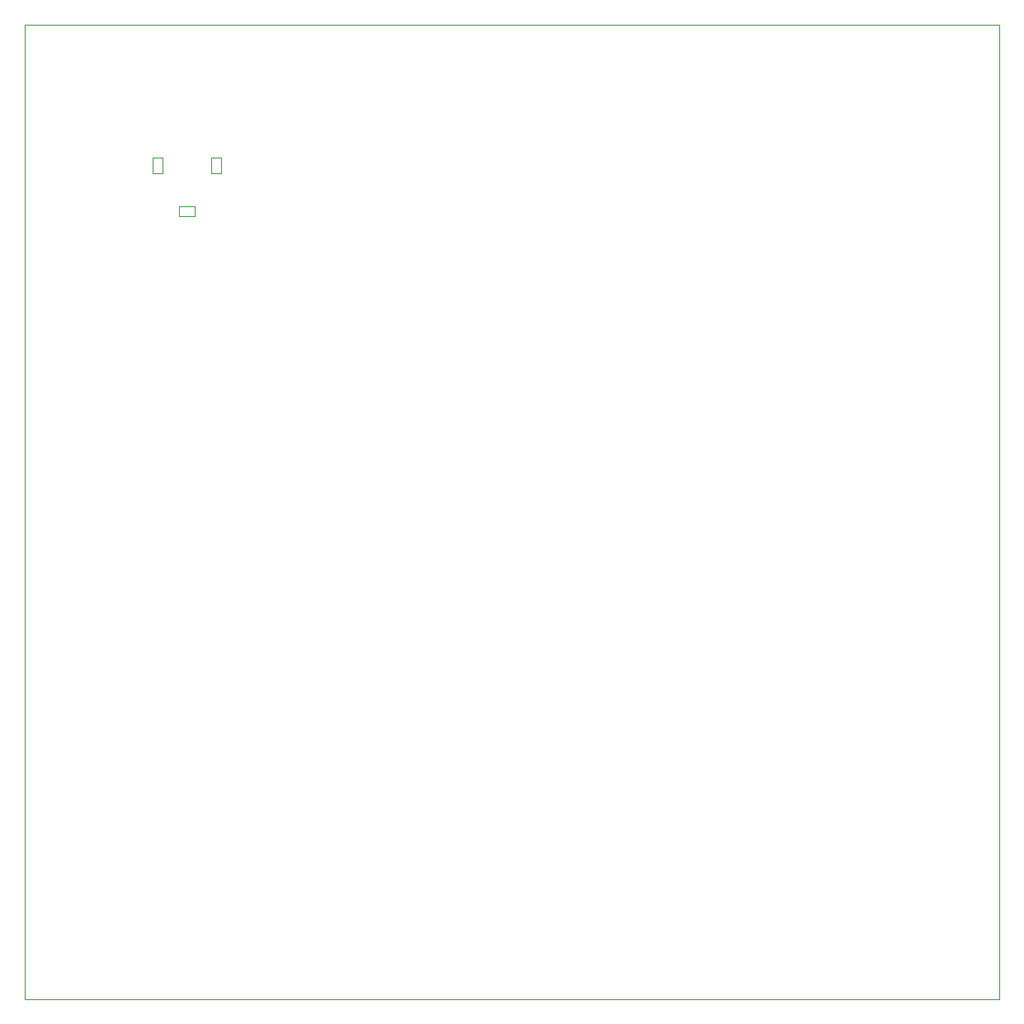
<source format=gm1>
G04 #@! TF.GenerationSoftware,KiCad,Pcbnew,5.1.6-c6e7f7d~87~ubuntu18.04.1*
G04 #@! TF.CreationDate,2020-07-18T23:18:46+02:00*
G04 #@! TF.ProjectId,interfonoRemoto,696e7465-7266-46f6-9e6f-52656d6f746f,A1*
G04 #@! TF.SameCoordinates,Original*
G04 #@! TF.FileFunction,Profile,NP*
%FSLAX46Y46*%
G04 Gerber Fmt 4.6, Leading zero omitted, Abs format (unit mm)*
G04 Created by KiCad (PCBNEW 5.1.6-c6e7f7d~87~ubuntu18.04.1) date 2020-07-18 23:18:46*
%MOMM*%
%LPD*%
G01*
G04 APERTURE LIST*
G04 #@! TA.AperFunction,Profile*
%ADD10C,0.100000*%
G04 #@! TD*
G04 #@! TA.AperFunction,Profile*
%ADD11C,0.000100*%
G04 #@! TD*
G04 APERTURE END LIST*
D10*
X30000000Y-77000000D02*
X30000000Y-177000000D01*
X130000000Y-77000000D02*
X30000000Y-77000000D01*
X130000000Y-177000000D02*
X130000000Y-77000000D01*
X30000000Y-177000000D02*
X130000000Y-177000000D01*
D11*
X49152100Y-90640000D02*
X50152100Y-90640000D01*
X50152100Y-90640000D02*
X50152100Y-92240000D01*
X50152100Y-92240000D02*
X49152100Y-92240000D01*
X49152100Y-92240000D02*
X49152100Y-90640000D01*
X43152100Y-90640000D02*
X44152100Y-90640000D01*
X44152100Y-90640000D02*
X44152100Y-92240000D01*
X44152100Y-92240000D02*
X43152100Y-92240000D01*
X43152100Y-92240000D02*
X43152100Y-90640000D01*
X47452100Y-95640000D02*
X47452100Y-96640000D01*
X47452100Y-96640000D02*
X45852100Y-96640000D01*
X45852100Y-96640000D02*
X45852100Y-95640000D01*
X45852100Y-95640000D02*
X47452100Y-95640000D01*
M02*

</source>
